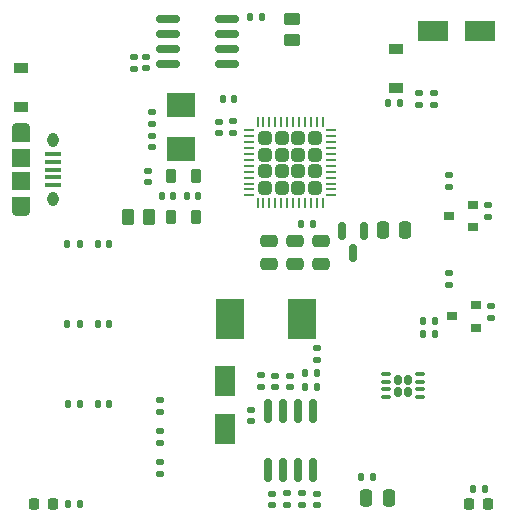
<source format=gbr>
%TF.GenerationSoftware,KiCad,Pcbnew,(6.0.2)*%
%TF.CreationDate,2022-03-22T21:07:05-04:00*%
%TF.ProjectId,turbocan,74757262-6f63-4616-9e2e-6b696361645f,rev?*%
%TF.SameCoordinates,Original*%
%TF.FileFunction,Paste,Top*%
%TF.FilePolarity,Positive*%
%FSLAX46Y46*%
G04 Gerber Fmt 4.6, Leading zero omitted, Abs format (unit mm)*
G04 Created by KiCad (PCBNEW (6.0.2)) date 2022-03-22 21:07:05*
%MOMM*%
%LPD*%
G01*
G04 APERTURE LIST*
G04 Aperture macros list*
%AMRoundRect*
0 Rectangle with rounded corners*
0 $1 Rounding radius*
0 $2 $3 $4 $5 $6 $7 $8 $9 X,Y pos of 4 corners*
0 Add a 4 corners polygon primitive as box body*
4,1,4,$2,$3,$4,$5,$6,$7,$8,$9,$2,$3,0*
0 Add four circle primitives for the rounded corners*
1,1,$1+$1,$2,$3*
1,1,$1+$1,$4,$5*
1,1,$1+$1,$6,$7*
1,1,$1+$1,$8,$9*
0 Add four rect primitives between the rounded corners*
20,1,$1+$1,$2,$3,$4,$5,0*
20,1,$1+$1,$4,$5,$6,$7,0*
20,1,$1+$1,$6,$7,$8,$9,0*
20,1,$1+$1,$8,$9,$2,$3,0*%
G04 Aperture macros list end*
%ADD10RoundRect,0.140000X0.140000X0.170000X-0.140000X0.170000X-0.140000X-0.170000X0.140000X-0.170000X0*%
%ADD11RoundRect,0.140000X-0.170000X0.140000X-0.170000X-0.140000X0.170000X-0.140000X0.170000X0.140000X0*%
%ADD12RoundRect,0.250000X-0.250000X-0.475000X0.250000X-0.475000X0.250000X0.475000X-0.250000X0.475000X0*%
%ADD13RoundRect,0.250000X0.475000X-0.250000X0.475000X0.250000X-0.475000X0.250000X-0.475000X-0.250000X0*%
%ADD14RoundRect,0.140000X0.170000X-0.140000X0.170000X0.140000X-0.170000X0.140000X-0.170000X-0.140000X0*%
%ADD15R,2.500000X1.700000*%
%ADD16R,1.700000X2.500000*%
%ADD17R,2.350000X3.500000*%
%ADD18RoundRect,0.218750X0.218750X0.381250X-0.218750X0.381250X-0.218750X-0.381250X0.218750X-0.381250X0*%
%ADD19RoundRect,0.135000X-0.135000X-0.185000X0.135000X-0.185000X0.135000X0.185000X-0.135000X0.185000X0*%
%ADD20RoundRect,0.135000X0.185000X-0.135000X0.185000X0.135000X-0.185000X0.135000X-0.185000X-0.135000X0*%
%ADD21RoundRect,0.135000X-0.185000X0.135000X-0.185000X-0.135000X0.185000X-0.135000X0.185000X0.135000X0*%
%ADD22RoundRect,0.135000X0.135000X0.185000X-0.135000X0.185000X-0.135000X-0.185000X0.135000X-0.185000X0*%
%ADD23RoundRect,0.150000X-0.825000X-0.150000X0.825000X-0.150000X0.825000X0.150000X-0.825000X0.150000X0*%
%ADD24R,0.900000X0.800000*%
%ADD25RoundRect,0.250000X-0.315000X-0.315000X0.315000X-0.315000X0.315000X0.315000X-0.315000X0.315000X0*%
%ADD26RoundRect,0.062500X-0.375000X-0.062500X0.375000X-0.062500X0.375000X0.062500X-0.375000X0.062500X0*%
%ADD27RoundRect,0.062500X-0.062500X-0.375000X0.062500X-0.375000X0.062500X0.375000X-0.062500X0.375000X0*%
%ADD28R,2.400000X2.000000*%
%ADD29RoundRect,0.249998X0.450002X-0.262502X0.450002X0.262502X-0.450002X0.262502X-0.450002X-0.262502X0*%
%ADD30RoundRect,0.140000X-0.140000X-0.170000X0.140000X-0.170000X0.140000X0.170000X-0.140000X0.170000X0*%
%ADD31RoundRect,0.150000X0.150000X-0.825000X0.150000X0.825000X-0.150000X0.825000X-0.150000X-0.825000X0*%
%ADD32RoundRect,0.250000X0.262500X0.450000X-0.262500X0.450000X-0.262500X-0.450000X0.262500X-0.450000X0*%
%ADD33RoundRect,0.218750X-0.218750X-0.256250X0.218750X-0.256250X0.218750X0.256250X-0.218750X0.256250X0*%
%ADD34RoundRect,0.218750X0.218750X0.256250X-0.218750X0.256250X-0.218750X-0.256250X0.218750X-0.256250X0*%
%ADD35RoundRect,0.250000X0.250000X0.475000X-0.250000X0.475000X-0.250000X-0.475000X0.250000X-0.475000X0*%
%ADD36O,1.550000X0.890000*%
%ADD37O,0.950000X1.250000*%
%ADD38R,1.350000X0.400000*%
%ADD39R,1.550000X1.200000*%
%ADD40R,1.550000X1.500000*%
%ADD41R,1.200000X0.900000*%
%ADD42RoundRect,0.172500X-0.172500X-0.242500X0.172500X-0.242500X0.172500X0.242500X-0.172500X0.242500X0*%
%ADD43RoundRect,0.075000X-0.325000X-0.075000X0.325000X-0.075000X0.325000X0.075000X-0.325000X0.075000X0*%
%ADD44RoundRect,0.150000X-0.150000X0.587500X-0.150000X-0.587500X0.150000X-0.587500X0.150000X0.587500X0*%
G04 APERTURE END LIST*
D10*
%TO.C,C2*%
X45000000Y-53600000D03*
X44040000Y-53600000D03*
%TD*%
D11*
%TO.C,C3*%
X25815802Y-18050271D03*
X25815802Y-19010271D03*
%TD*%
%TO.C,C4*%
X36500000Y-55000000D03*
X36500000Y-55960000D03*
%TD*%
D12*
%TO.C,C5*%
X44450000Y-55400000D03*
X46350000Y-55400000D03*
%TD*%
D11*
%TO.C,C6*%
X40250000Y-55020000D03*
X40250000Y-55980000D03*
%TD*%
%TO.C,C7*%
X38000000Y-45020000D03*
X38000000Y-45980000D03*
%TD*%
%TO.C,C8*%
X36750000Y-45020000D03*
X36750000Y-45980000D03*
%TD*%
%TO.C,C9*%
X34700000Y-47920000D03*
X34700000Y-48880000D03*
%TD*%
D13*
%TO.C,C13*%
X36200000Y-35550000D03*
X36200000Y-33650000D03*
%TD*%
%TO.C,C14*%
X38400000Y-35550000D03*
X38400000Y-33650000D03*
%TD*%
%TO.C,C15*%
X40600000Y-35550000D03*
X40600000Y-33650000D03*
%TD*%
D11*
%TO.C,C16*%
X26300000Y-22720000D03*
X26300000Y-23680000D03*
%TD*%
D14*
%TO.C,C17*%
X32000000Y-24480000D03*
X32000000Y-23520000D03*
%TD*%
%TO.C,C18*%
X26300000Y-25680000D03*
X26300000Y-24720000D03*
%TD*%
D10*
%TO.C,C19*%
X30230000Y-29800000D03*
X29270000Y-29800000D03*
%TD*%
D15*
%TO.C,D2*%
X50070000Y-15875000D03*
X54070000Y-15875000D03*
%TD*%
D16*
%TO.C,D3*%
X32500000Y-49500000D03*
X32500000Y-45500000D03*
%TD*%
D17*
%TO.C,L1*%
X32880500Y-40184500D03*
X38980500Y-40184500D03*
%TD*%
D18*
%TO.C,L2*%
X30012500Y-31600000D03*
X27887500Y-31600000D03*
%TD*%
D19*
%TO.C,R3*%
X34625641Y-14673323D03*
X35645641Y-14673323D03*
%TD*%
D20*
%TO.C,R4*%
X37750000Y-56010000D03*
X37750000Y-54990000D03*
%TD*%
D21*
%TO.C,R5*%
X39000000Y-54990000D03*
X39000000Y-56010000D03*
%TD*%
D20*
%TO.C,R6*%
X35500000Y-46000000D03*
X35500000Y-44980000D03*
%TD*%
D19*
%TO.C,R10*%
X39290000Y-46000000D03*
X40310000Y-46000000D03*
%TD*%
D22*
%TO.C,R11*%
X40310000Y-44800000D03*
X39290000Y-44800000D03*
%TD*%
D20*
%TO.C,R15*%
X54993423Y-40125794D03*
X54993423Y-39105794D03*
%TD*%
D19*
%TO.C,R16*%
X49246316Y-41487542D03*
X50266316Y-41487542D03*
%TD*%
D21*
%TO.C,R17*%
X51490000Y-28000000D03*
X51490000Y-29020000D03*
%TD*%
%TO.C,R18*%
X51435000Y-36320000D03*
X51435000Y-37340000D03*
%TD*%
D22*
%TO.C,R19*%
X50256257Y-40411282D03*
X49236257Y-40411282D03*
%TD*%
D21*
%TO.C,R20*%
X33200000Y-23490000D03*
X33200000Y-24510000D03*
%TD*%
%TO.C,R21*%
X24748532Y-18028505D03*
X24748532Y-19048505D03*
%TD*%
D19*
%TO.C,R22*%
X38890000Y-32200000D03*
X39910000Y-32200000D03*
%TD*%
D23*
%TO.C,U3*%
X27703547Y-14860518D03*
X27703547Y-16130518D03*
X27703547Y-17400518D03*
X27703547Y-18670518D03*
X32653547Y-18670518D03*
X32653547Y-17400518D03*
X32653547Y-16130518D03*
X32653547Y-14860518D03*
%TD*%
D24*
%TO.C,U5*%
X53500000Y-32450000D03*
X53500000Y-30550000D03*
X51500000Y-31500000D03*
%TD*%
%TO.C,U6*%
X53705000Y-40955000D03*
X53705000Y-39055000D03*
X51705000Y-40005000D03*
%TD*%
D25*
%TO.C,U8*%
X40100000Y-27700000D03*
X37300000Y-24900000D03*
X35900000Y-26300000D03*
X37300000Y-29100000D03*
X40100000Y-29100000D03*
X37300000Y-26300000D03*
X35900000Y-27700000D03*
X38700000Y-29100000D03*
X38700000Y-24900000D03*
X38700000Y-26300000D03*
X37300000Y-27700000D03*
X40100000Y-26300000D03*
X40100000Y-24900000D03*
X38700000Y-27700000D03*
X35900000Y-24900000D03*
X35900000Y-29100000D03*
D26*
X34562500Y-24250000D03*
X34562500Y-24750000D03*
X34562500Y-25250000D03*
X34562500Y-25750000D03*
X34562500Y-26250000D03*
X34562500Y-26750000D03*
X34562500Y-27250000D03*
X34562500Y-27750000D03*
X34562500Y-28250000D03*
X34562500Y-28750000D03*
X34562500Y-29250000D03*
X34562500Y-29750000D03*
D27*
X35250000Y-30437500D03*
X35750000Y-30437500D03*
X36250000Y-30437500D03*
X36750000Y-30437500D03*
X37250000Y-30437500D03*
X37750000Y-30437500D03*
X38250000Y-30437500D03*
X38750000Y-30437500D03*
X39250000Y-30437500D03*
X39750000Y-30437500D03*
X40250000Y-30437500D03*
X40750000Y-30437500D03*
D26*
X41437500Y-29750000D03*
X41437500Y-29250000D03*
X41437500Y-28750000D03*
X41437500Y-28250000D03*
X41437500Y-27750000D03*
X41437500Y-27250000D03*
X41437500Y-26750000D03*
X41437500Y-26250000D03*
X41437500Y-25750000D03*
X41437500Y-25250000D03*
X41437500Y-24750000D03*
X41437500Y-24250000D03*
D27*
X40750000Y-23562500D03*
X40250000Y-23562500D03*
X39750000Y-23562500D03*
X39250000Y-23562500D03*
X38750000Y-23562500D03*
X38250000Y-23562500D03*
X37750000Y-23562500D03*
X37250000Y-23562500D03*
X36750000Y-23562500D03*
X36250000Y-23562500D03*
X35750000Y-23562500D03*
X35250000Y-23562500D03*
%TD*%
D28*
%TO.C,Y1*%
X28800000Y-22100000D03*
X28800000Y-25800000D03*
%TD*%
D20*
%TO.C,R14*%
X54801054Y-31604192D03*
X54801054Y-30584192D03*
%TD*%
%TO.C,R25*%
X40300000Y-43710000D03*
X40300000Y-42690000D03*
%TD*%
D29*
%TO.C,R26*%
X38141513Y-16613566D03*
X38141513Y-14788566D03*
%TD*%
D30*
%TO.C,C22*%
X32320000Y-21590000D03*
X33280000Y-21590000D03*
%TD*%
D10*
%TO.C,C23*%
X28080000Y-29800000D03*
X27120000Y-29800000D03*
%TD*%
D18*
%TO.C,L3*%
X30012500Y-28100000D03*
X27887500Y-28100000D03*
%TD*%
D21*
%TO.C,R29*%
X27000000Y-52290000D03*
X27000000Y-53310000D03*
%TD*%
%TO.C,R30*%
X27000000Y-49690000D03*
X27000000Y-50710000D03*
%TD*%
%TO.C,R31*%
X27000000Y-47090000D03*
X27000000Y-48110000D03*
%TD*%
D31*
%TO.C,U4*%
X36095000Y-52975000D03*
X37365000Y-52975000D03*
X38635000Y-52975000D03*
X39905000Y-52975000D03*
X39905000Y-48025000D03*
X38635000Y-48025000D03*
X37365000Y-48025000D03*
X36095000Y-48025000D03*
%TD*%
D32*
%TO.C,R9*%
X26088467Y-31562802D03*
X24263467Y-31562802D03*
%TD*%
D19*
%TO.C,R24*%
X19175000Y-55880000D03*
X20195000Y-55880000D03*
%TD*%
D30*
%TO.C,C10*%
X21725000Y-40640000D03*
X22685000Y-40640000D03*
%TD*%
D11*
%TO.C,C20*%
X50165000Y-21110000D03*
X50165000Y-22070000D03*
%TD*%
D19*
%TO.C,R23*%
X53465000Y-54610000D03*
X54485000Y-54610000D03*
%TD*%
%TO.C,R7*%
X19155000Y-40640000D03*
X20175000Y-40640000D03*
%TD*%
D30*
%TO.C,C11*%
X21738695Y-47414402D03*
X22698695Y-47414402D03*
%TD*%
D33*
%TO.C,D5*%
X53187500Y-55880000D03*
X54762500Y-55880000D03*
%TD*%
D34*
%TO.C,D6*%
X17932500Y-55880000D03*
X16357500Y-55880000D03*
%TD*%
D35*
%TO.C,C1*%
X47769199Y-32721479D03*
X45869199Y-32721479D03*
%TD*%
D11*
%TO.C,C12*%
X26015000Y-27665000D03*
X26015000Y-28625000D03*
%TD*%
D19*
%TO.C,R2*%
X19155000Y-33860000D03*
X20175000Y-33860000D03*
%TD*%
D30*
%TO.C,C24*%
X21725000Y-33860000D03*
X22685000Y-33860000D03*
%TD*%
D36*
%TO.C,J1*%
X15240000Y-31075000D03*
D37*
X17940000Y-30075000D03*
X17940000Y-25075000D03*
D36*
X15240000Y-24075000D03*
D38*
X17940000Y-26275000D03*
X17940000Y-26925000D03*
X17940000Y-27575000D03*
X17940000Y-28225000D03*
X17940000Y-28875000D03*
D39*
X15240000Y-30475000D03*
D40*
X15240000Y-28575000D03*
X15240000Y-26575000D03*
D39*
X15240000Y-24675000D03*
%TD*%
D20*
%TO.C,R27*%
X48895000Y-22100000D03*
X48895000Y-21080000D03*
%TD*%
D41*
%TO.C,D4*%
X46990000Y-17400000D03*
X46990000Y-20700000D03*
%TD*%
D19*
%TO.C,R8*%
X19168695Y-47414402D03*
X20188695Y-47414402D03*
%TD*%
D42*
%TO.C,U7*%
X48019123Y-45346909D03*
X47169123Y-45346909D03*
X48019123Y-46366909D03*
X47169123Y-46366909D03*
D43*
X46144123Y-44881909D03*
X46144123Y-46181909D03*
X46144123Y-45531909D03*
X46144123Y-46831909D03*
X49044123Y-46181909D03*
X49044123Y-44881909D03*
X49044123Y-45531909D03*
X49044123Y-46831909D03*
%TD*%
D41*
%TO.C,D1*%
X15224904Y-19005204D03*
X15224904Y-22305204D03*
%TD*%
D19*
%TO.C,R28*%
X46260334Y-21942231D03*
X47280334Y-21942231D03*
%TD*%
D44*
%TO.C,U1*%
X44302760Y-32730904D03*
X42402760Y-32730904D03*
X43352760Y-34605904D03*
%TD*%
M02*

</source>
